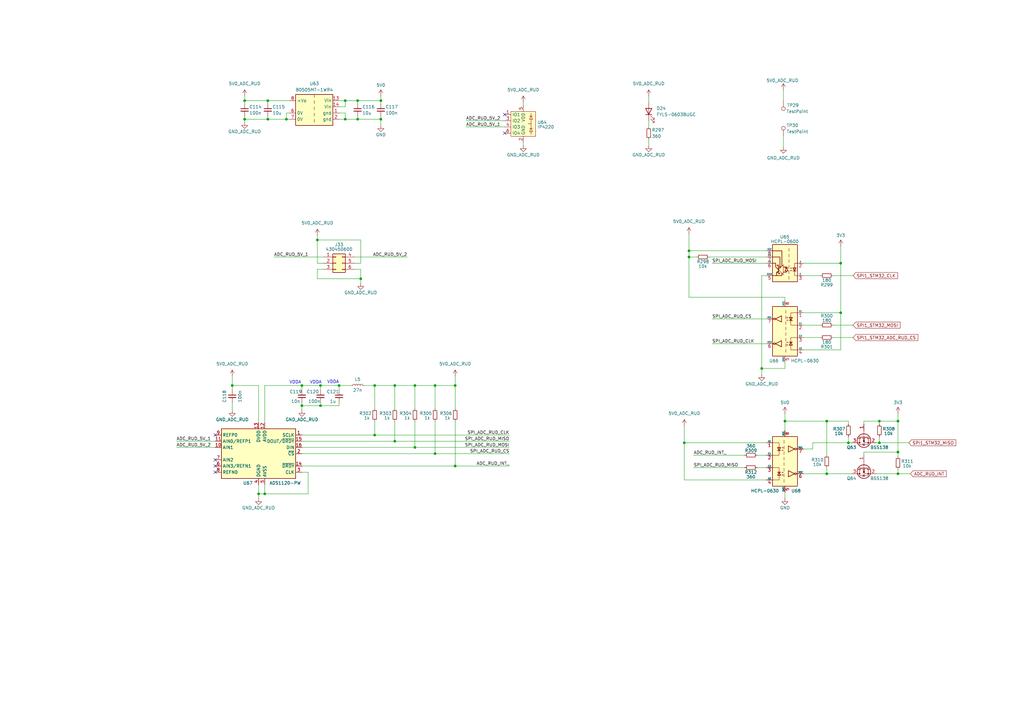
<source format=kicad_sch>
(kicad_sch (version 20231120) (generator "eeschema") (generator_version "8.0")
  (paper "A3")
  (lib_symbols
    (symbol "Analog_ADC:ADS1120-PW"
      (property "Reference" "U50" (at -6.35 -12.065 0))
      (property "Value" "ADS1120-PW" (at 4.445 -12.065 0))
      (symbol "ADS1120-PW_1_1"
        (pin input line (at 17.78 7.62 180) (length 2.54) (name "SCLK") (number "1"))
        (pin input line (at -17.78 2.54 0) (length 2.54) (name "AIN1") (number "10"))
        (pin input line (at -17.78 5.08 0) (length 2.54) (name "AIN0/REFP1") (number "11"))
        (pin power_in line (at 2.54 12.7 270) (length 2.54) (name "AVDD") (number "12"))
        (pin power_in line (at 0 12.7 270) (length 2.54) (name "DVDD") (number "13"))
        (pin output line (at 17.78 -5.08 180) (length 2.54) (name "~{DRDY}") (number "14"))
        (pin output line (at 17.78 5.08 180) (length 2.54) (name "DOUT/~{DRDY}") (number "15"))
        (pin input line (at 17.78 2.54 180) (length 2.54) (name "DIN") (number "16"))
        (pin input line (at 17.78 0 180) (length 2.54) (name "~{CS}") (number "2"))
        (pin input line (at 17.78 -7.62 180) (length 2.54) (name "CLK") (number "3"))
        (pin power_in line (at 0 -12.7 90) (length 2.54) (name "DGND") (number "4"))
        (pin power_in line (at 2.54 -12.7 90) (length 2.54) (name "AVSS") (number "5"))
        (pin input line (at -17.78 -5.08 0) (length 2.54) (name "AIN3/REFN1") (number "6"))
        (pin input line (at -17.78 -2.54 0) (length 2.54) (name "AIN2") (number "7"))
        (pin input line (at -17.78 -7.62 0) (length 2.54) (name "REFN0") (number "8"))
        (pin input line (at -17.78 7.62 0) (length 2.54) (name "REFP0") (number "9"))
      )
    )
    (symbol "Connector:TestPoint" (pin_numbers hide) (pin_names (offset 0.762) hide)
      (property "Reference" "TP" (at 0 6.858 0))
      (property "Value" "TestPoint" (at 0 5.08 0))
      (symbol "TestPoint_1_1"
        (pin passive line (at 0 0 90) (length 2.54) (name "1") (number "1"))
      )
    )
    (symbol "Connector_Generic:Conn_02x03_Counter_Clockwise" (pin_names (offset 1.016) hide)
      (property "Reference" "J30" (at 1.27 7.62 0))
      (property "Value" "430450600" (at 1.27 5.715 0))
      (symbol "Conn_02x03_Counter_Clockwise_1_1"
        (pin passive line (at -5.08 2.54 0) (length 3.81) (name "Pin_1") (number "1"))
        (pin passive line (at -5.08 0 0) (length 3.81) (name "Pin_2") (number "2"))
        (pin passive line (at -5.08 -2.54 0) (length 3.81) (name "Pin_3") (number "3"))
        (pin passive line (at 7.62 2.54 180) (length 3.81) (name "Pin_4") (number "4"))
        (pin passive line (at 7.62 0 180) (length 3.81) (name "Pin_5") (number "5"))
        (pin passive line (at 7.62 -2.54 180) (length 3.81) (name "Pin_6") (number "6"))
      )
    )
    (symbol "Device:C_Small" (pin_numbers hide) (pin_names (offset 0.254) hide)
      (property "Reference" "C" (at 0.254 1.778 0))
      (property "Value" "C_Small" (at 0.254 -2.032 0))
      (symbol "C_Small_1_1"
        (pin passive line (at 0 2.54 270) (length 2.032) (name "~") (number "1"))
        (pin passive line (at 0 -2.54 90) (length 2.032) (name "~") (number "2"))
      )
    )
    (symbol "Device:LED" (pin_numbers hide) (pin_names (offset 1.016) hide)
      (property "Reference" "D" (at 0 2.54 0))
      (property "Value" "LED" (at 0 -2.54 0))
      (symbol "LED_1_1"
        (pin passive line (at -3.81 0 0) (length 2.54) (name "K") (number "1"))
        (pin passive line (at 3.81 0 180) (length 2.54) (name "A") (number "2"))
      )
    )
    (symbol "Device:L_Small" (pin_numbers hide) (pin_names (offset 0.254) hide)
      (property "Reference" "L" (at 0.762 1.016 0))
      (property "Value" "L_Small" (at 0.762 -1.016 0))
      (symbol "L_Small_1_1"
        (pin passive line (at 0 2.54 270) (length 0.508) (name "~") (number "1"))
        (pin passive line (at 0 -2.54 90) (length 0.508) (name "~") (number "2"))
      )
    )
    (symbol "Device:R_Small" (pin_numbers hide) (pin_names (offset 0.254) hide)
      (property "Reference" "R" (at 0.762 0.508 0))
      (property "Value" "R_Small" (at 0.762 -1.016 0))
      (symbol "R_Small_1_1"
        (pin passive line (at 0 2.54 270) (length 0.762) (name "~") (number "1"))
        (pin passive line (at 0 -2.54 90) (length 0.762) (name "~") (number "2"))
      )
    )
    (symbol "GND_1" (power) (pin_numbers hide) (pin_names (offset 0) hide)
      (property "Value" "GND" (at 0 -3.81 0))
      (symbol "GND_1_1_1"
        (pin power_in line (at 0 0 270) (length 0) (name "~") (number "1"))
      )
    )
    (symbol "ISO1050DUB_1"
      (property "Reference" "U4" (at 0 9.525 0))
      (property "Value" "ISO1050DUB" (at 0 6.985 0))
      (symbol "ISO1050DUB_1_1_1"
        (pin input line (at -10.16 -2.54 0) (length 2.54) (name "gnd") (number "1"))
        (pin power_in line (at -10.16 2.54 0) (length 2.54) (name "Vin") (number "13"))
        (pin output line (at -10.16 0 0) (length 2.54) (name "Vin") (number "14"))
        (pin power_in line (at -10.16 -5.08 0) (length 2.54) (name "gnd") (number "2"))
        (pin power_in line (at 10.16 -2.54 180) (length 2.54) (name "0V") (number "6"))
        (pin power_in line (at 10.16 -5.08 180) (length 2.54) (name "0V") (number "7"))
        (pin bidirectional line (at 10.16 2.54 180) (length 2.54) (name "+Vo") (number "8"))
      )
    )
    (symbol "Isolator:HCPL-0600" (pin_names (offset 0))
      (property "Reference" "U" (at -4.064 8.89 0))
      (property "Value" "HCPL-0600" (at 0.254 -9.144 0))
      (symbol "HCPL-0600_1_1"
        (pin no_connect line (at -5.08 5.08 0) (length 2.54) hide (name "NC") (number "1"))
        (pin passive line (at -7.62 0 0) (length 2.54) (name "A") (number "2"))
        (pin passive line (at -7.62 -5.08 0) (length 2.54) (name "C") (number "3"))
        (pin power_in line (at 7.62 -5.08 180) (length 2.54) (name "GND") (number "5"))
        (pin open_collector line (at 7.62 0 180) (length 2.54) (name "VO") (number "6"))
        (pin input line (at 7.62 2.54 180) (length 2.54) (name "EN") (number "7"))
        (pin power_in line (at 7.62 5.08 180) (length 2.54) (name "VCC") (number "8"))
      )
    )
    (symbol "Isolator:HCPL-0630" (pin_names (offset 0))
      (property "Reference" "U" (at -4.064 11.43 0))
      (property "Value" "HCPL-0630" (at 7.874 11.43 0))
      (symbol "HCPL-0630_1_1"
        (pin passive line (at -7.62 7.62 0) (length 2.54) (name "A1") (number "1"))
        (pin passive line (at -7.62 2.54 0) (length 2.54) (name "C1") (number "2"))
        (pin passive line (at -7.62 -2.54 0) (length 2.54) (name "C2") (number "3"))
        (pin passive line (at -7.62 -7.62 0) (length 2.54) (name "A2") (number "4"))
        (pin power_in line (at 0 -12.7 90) (length 2.54) (name "GND") (number "5"))
        (pin open_collector line (at 7.62 -5.08 180) (length 2.54) (name "VO2") (number "6"))
        (pin open_collector line (at 7.62 5.08 180) (length 2.54) (name "VO1") (number "7"))
        (pin power_in line (at 0 12.7 270) (length 2.54) (name "VCC") (number "8"))
      )
    )
    (symbol "Transistor_FET:BSS138" (pin_names hide)
      (property "Reference" "Q" (at 5.08 1.905 0))
      (property "Value" "BSS138" (at 5.08 0 0))
      (symbol "BSS138_1_1"
        (pin input line (at -5.08 0 0) (length 2.54) (name "G") (number "1"))
        (pin passive line (at 2.54 -5.08 90) (length 2.54) (name "S") (number "2"))
        (pin passive line (at 2.54 5.08 270) (length 2.54) (name "D") (number "3"))
      )
    )
    (symbol "power:+5V" (power) (pin_numbers hide) (pin_names (offset 0) hide)
      (property "Value" "+5V" (at 0 3.556 0))
      (symbol "+5V_1_1"
        (pin power_in line (at 0 0 90) (length 0) (name "~") (number "1"))
      )
    )
    (symbol "power:GND" (power) (pin_names (offset 0))
      (property "Value" "GND" (at 0 -3.81 0))
      (symbol "GND_1_1"
        (pin power_in line (at 0 0 270) (length 0) hide (name "GND") (number "1"))
      )
    )
    (symbol "user_lib:IP4220"
      (property "Reference" "U" (at 4.572 -7.366 0))
      (property "Value" "IP4220" (at 4.572 -7.366 0))
      (symbol "IP4220_1_1"
        (pin input line (at -7.62 3.81 0) (length 2.54) (name "IO1") (number "1"))
        (pin input line (at 0 -7.62 90) (length 2.54) (name "GND") (number "2"))
        (pin input line (at -7.62 1.27 0) (length 2.54) (name "IO2") (number "3"))
        (pin input line (at -7.62 -1.27 0) (length 2.54) (name "IO3") (number "4"))
        (pin input line (at 0 7.62 270) (length 2.54) (name "VDD") (number "5"))
        (pin input line (at -7.62 -3.81 0) (length 2.54) (name "IO4") (number "6"))
      )
    )
  )
  (junction (at 339.09 194.31))
  (junction (at 368.3 172.72))
  (junction (at 153.67 158.115))
  (junction (at 339.09 172.72))
  (junction (at 123.825 166.37))
  (junction (at 161.925 180.975))
  (junction (at 186.69 191.135))
  (junction (at 109.855 41.275))
  (junction (at 312.42 151.13))
  (junction (at 141.605 48.895))
  (junction (at 139.065 158.115))
  (junction (at 109.855 48.895))
  (junction (at 178.435 186.055))
  (junction (at 123.825 158.115))
  (junction (at 146.685 41.275))
  (junction (at 100.33 48.895))
  (junction (at 344.805 128.27))
  (junction (at 130.175 98.425))
  (junction (at 146.685 48.895))
  (junction (at 360.68 181.61))
  (junction (at 368.3 194.31))
  (junction (at 170.18 158.115))
  (junction (at 321.945 172.72))
  (junction (at 280.67 181.61))
  (junction (at 178.435 158.115))
  (junction (at 117.475 48.895))
  (junction (at 360.68 172.72))
  (junction (at 368.3 185.42))
  (junction (at 100.33 41.275))
  (junction (at 95.25 158.115))
  (junction (at 153.67 178.435))
  (junction (at 161.925 158.115))
  (junction (at 131.445 158.115))
  (junction (at 147.955 114.3))
  (junction (at 186.69 158.115))
  (junction (at 282.575 102.87))
  (junction (at 170.18 183.515))
  (junction (at 282.575 105.41))
  (junction (at 108.585 202.565))
  (junction (at 344.805 107.95))
  (junction (at 156.21 41.275))
  (junction (at 156.21 48.895))
  (junction (at 131.445 166.37))
  (junction (at 106.045 202.565))
  (junction (at 347.98 181.61))
  (junction (at 141.605 41.275))
  (no_connect (at 207.01 54.61))
  (no_connect (at 88.265 188.595))
  (no_connect (at 88.265 191.135))
  (no_connect (at 207.01 46.99))
  (no_connect (at 88.265 178.435))
  (no_connect (at 88.265 193.675))
  (wire (pts (xy 178.435 167.64) (xy 178.435 158.115)))
  (wire (pts (xy 95.25 158.115) (xy 106.045 158.115)))
  (wire (pts (xy 368.3 172.72) (xy 360.68 172.72)))
  (wire (pts (xy 123.825 178.435) (xy 153.67 178.435)))
  (wire (pts (xy 280.67 181.61) (xy 280.67 196.85)))
  (wire (pts (xy 100.33 48.895) (xy 109.855 48.895)))
  (wire (pts (xy 282.575 105.41) (xy 285.75 105.41)))
  (wire (pts (xy 339.09 172.72) (xy 347.98 172.72)))
  (wire (pts (xy 95.25 160.02) (xy 95.25 158.115)))
  (wire (pts (xy 266.065 57.15) (xy 266.065 59.69)))
  (wire (pts (xy 170.18 167.64) (xy 170.18 158.115)))
  (wire (pts (xy 123.825 166.37) (xy 123.825 168.275)))
  (wire (pts (xy 156.21 39.37) (xy 156.21 41.275)))
  (wire (pts (xy 347.98 173.99) (xy 347.98 172.72)))
  (wire (pts (xy 341.63 138.43) (xy 349.885 138.43)))
  (wire (pts (xy 329.565 128.27) (xy 344.805 128.27)))
  (wire (pts (xy 147.955 110.49) (xy 147.955 114.3)))
  (wire (pts (xy 321.945 169.545) (xy 321.945 172.72)))
  (wire (pts (xy 282.575 95.885) (xy 282.575 102.87)))
  (wire (pts (xy 161.925 180.975) (xy 208.915 180.975)))
  (wire (pts (xy 333.375 184.15) (xy 329.565 184.15)))
  (wire (pts (xy 310.515 186.69) (xy 314.325 186.69)))
  (wire (pts (xy 344.805 143.51) (xy 344.805 128.27)))
  (wire (pts (xy 282.575 105.41) (xy 282.575 121.92)))
  (wire (pts (xy 146.685 41.275) (xy 146.685 42.545)))
  (wire (pts (xy 368.3 194.31) (xy 368.3 192.405)))
  (wire (pts (xy 145.415 105.41) (xy 167.005 105.41)))
  (wire (pts (xy 130.175 114.3) (xy 147.955 114.3)))
  (wire (pts (xy 106.045 202.565) (xy 108.585 202.565)))
  (wire (pts (xy 266.065 39.37) (xy 266.065 41.91)))
  (wire (pts (xy 186.69 172.72) (xy 186.69 191.135)))
  (wire (pts (xy 139.065 48.895) (xy 141.605 48.895)))
  (wire (pts (xy 123.825 186.055) (xy 178.435 186.055)))
  (wire (pts (xy 312.42 113.03) (xy 312.42 151.13)))
  (wire (pts (xy 360.68 181.61) (xy 360.68 179.07)))
  (wire (pts (xy 106.045 202.565) (xy 106.045 204.47)))
  (wire (pts (xy 208.915 178.435) (xy 153.67 178.435)))
  (wire (pts (xy 146.685 48.895) (xy 156.21 48.895)))
  (wire (pts (xy 368.3 169.545) (xy 368.3 172.72)))
  (wire (pts (xy 106.045 198.755) (xy 106.045 202.565)))
  (wire (pts (xy 117.475 46.355) (xy 117.475 48.895)))
  (wire (pts (xy 341.63 113.03) (xy 349.885 113.03)))
  (wire (pts (xy 131.445 158.115) (xy 139.065 158.115)))
  (wire (pts (xy 108.585 158.115) (xy 108.585 173.355)))
  (wire (pts (xy 349.25 181.61) (xy 347.98 181.61)))
  (wire (pts (xy 321.945 151.13) (xy 321.945 148.59)))
  (wire (pts (xy 95.25 154.305) (xy 95.25 158.115)))
  (wire (pts (xy 186.69 154.305) (xy 186.69 158.115)))
  (wire (pts (xy 156.21 41.275) (xy 156.21 42.545)))
  (wire (pts (xy 321.945 201.93) (xy 321.945 204.47)))
  (wire (pts (xy 329.565 143.51) (xy 344.805 143.51)))
  (wire (pts (xy 360.68 181.61) (xy 372.745 181.61)))
  (wire (pts (xy 368.3 185.42) (xy 368.3 187.325)))
  (wire (pts (xy 178.435 158.115) (xy 186.69 158.115)))
  (wire (pts (xy 117.475 48.895) (xy 118.745 48.895)))
  (wire (pts (xy 123.825 160.02) (xy 123.825 158.115)))
  (wire (pts (xy 282.575 121.92) (xy 321.945 121.92)))
  (wire (pts (xy 292.1 130.81) (xy 314.325 130.81)))
  (wire (pts (xy 266.065 49.53) (xy 266.065 52.07)))
  (wire (pts (xy 178.435 186.055) (xy 208.915 186.055)))
  (wire (pts (xy 139.065 43.815) (xy 141.605 43.815)))
  (wire (pts (xy 139.065 46.355) (xy 141.605 46.355)))
  (wire (pts (xy 186.69 191.135) (xy 208.915 191.135)))
  (wire (pts (xy 109.855 48.895) (xy 117.475 48.895)))
  (wire (pts (xy 191.135 49.53) (xy 207.01 49.53)))
  (wire (pts (xy 131.445 158.115) (xy 131.445 160.02)))
  (wire (pts (xy 339.09 172.72) (xy 321.945 172.72)))
  (wire (pts (xy 145.415 110.49) (xy 147.955 110.49)))
  (wire (pts (xy 123.825 180.975) (xy 161.925 180.975)))
  (wire (pts (xy 161.925 167.64) (xy 161.925 158.115)))
  (wire (pts (xy 100.33 47.625) (xy 100.33 48.895)))
  (wire (pts (xy 147.955 98.425) (xy 147.955 107.95)))
  (wire (pts (xy 130.175 98.425) (xy 130.175 107.95)))
  (wire (pts (xy 354.33 185.42) (xy 368.3 185.42)))
  (wire (pts (xy 354.33 186.69) (xy 354.33 185.42)))
  (wire (pts (xy 214.63 41.91) (xy 214.63 43.18)))
  (wire (pts (xy 156.21 47.625) (xy 156.21 48.895)))
  (wire (pts (xy 170.18 183.515) (xy 208.915 183.515)))
  (wire (pts (xy 344.805 100.965) (xy 344.805 107.95)))
  (wire (pts (xy 280.67 174.625) (xy 280.67 181.61)))
  (wire (pts (xy 123.825 191.135) (xy 186.69 191.135)))
  (wire (pts (xy 170.18 172.72) (xy 170.18 183.515)))
  (wire (pts (xy 123.825 165.1) (xy 123.825 166.37)))
  (wire (pts (xy 153.67 172.72) (xy 153.67 178.435)))
  (wire (pts (xy 100.33 41.275) (xy 100.33 42.545)))
  (wire (pts (xy 354.33 173.99) (xy 354.33 172.72)))
  (wire (pts (xy 141.605 43.815) (xy 141.605 41.275)))
  (wire (pts (xy 141.605 46.355) (xy 141.605 48.895)))
  (wire (pts (xy 161.925 180.975) (xy 161.925 172.72)))
  (wire (pts (xy 329.565 107.95) (xy 344.805 107.95)))
  (wire (pts (xy 339.09 194.31) (xy 349.25 194.31)))
  (wire (pts (xy 141.605 41.275) (xy 146.685 41.275)))
  (wire (pts (xy 153.67 158.115) (xy 161.925 158.115)))
  (wire (pts (xy 146.685 41.275) (xy 156.21 41.275)))
  (wire (pts (xy 126.365 202.565) (xy 108.585 202.565)))
  (wire (pts (xy 141.605 48.895) (xy 146.685 48.895)))
  (wire (pts (xy 139.065 158.115) (xy 144.145 158.115)))
  (wire (pts (xy 139.065 165.1) (xy 139.065 166.37)))
  (wire (pts (xy 292.1 140.97) (xy 314.325 140.97)))
  (wire (pts (xy 126.365 193.675) (xy 126.365 202.565)))
  (wire (pts (xy 139.065 158.115) (xy 139.065 160.02)))
  (wire (pts (xy 131.445 165.1) (xy 131.445 166.37)))
  (wire (pts (xy 321.31 55.88) (xy 321.31 60.325)))
  (wire (pts (xy 282.575 102.87) (xy 282.575 105.41)))
  (wire (pts (xy 108.585 158.115) (xy 123.825 158.115)))
  (wire (pts (xy 156.21 48.895) (xy 156.21 51.435)))
  (wire (pts (xy 280.67 196.85) (xy 314.325 196.85)))
  (wire (pts (xy 126.365 193.675) (xy 123.825 193.675)))
  (wire (pts (xy 333.375 184.15) (xy 333.375 181.61)))
  (wire (pts (xy 368.3 185.42) (xy 368.3 172.72)))
  (wire (pts (xy 130.175 96.52) (xy 130.175 98.425)))
  (wire (pts (xy 117.475 46.355) (xy 118.745 46.355)))
  (wire (pts (xy 109.855 47.625) (xy 109.855 48.895)))
  (wire (pts (xy 339.09 194.31) (xy 339.09 191.77)))
  (wire (pts (xy 329.565 113.03) (xy 336.55 113.03)))
  (wire (pts (xy 109.855 41.275) (xy 109.855 42.545)))
  (wire (pts (xy 147.955 98.425) (xy 130.175 98.425)))
  (wire (pts (xy 339.09 172.72) (xy 339.09 186.69)))
  (wire (pts (xy 284.48 186.69) (xy 305.435 186.69)))
  (wire (pts (xy 312.42 151.13) (xy 312.42 153.67)))
  (wire (pts (xy 282.575 102.87) (xy 314.325 102.87)))
  (wire (pts (xy 312.42 151.13) (xy 321.945 151.13)))
  (wire (pts (xy 314.325 113.03) (xy 312.42 113.03)))
  (wire (pts (xy 290.83 105.41) (xy 314.325 105.41)))
  (wire (pts (xy 321.945 121.92) (xy 321.945 123.19)))
  (wire (pts (xy 100.33 48.895) (xy 100.33 50.165)))
  (wire (pts (xy 100.33 41.275) (xy 109.855 41.275)))
  (wire (pts (xy 132.715 107.95) (xy 130.175 107.95)))
  (wire (pts (xy 123.825 183.515) (xy 170.18 183.515)))
  (wire (pts (xy 310.515 191.77) (xy 314.325 191.77)))
  (wire (pts (xy 333.375 181.61) (xy 347.98 181.61)))
  (wire (pts (xy 329.565 138.43) (xy 336.55 138.43)))
  (wire (pts (xy 123.825 158.115) (xy 131.445 158.115)))
  (wire (pts (xy 139.065 41.275) (xy 141.605 41.275)))
  (wire (pts (xy 360.68 172.72) (xy 360.68 173.99)))
  (wire (pts (xy 354.33 172.72) (xy 360.68 172.72)))
  (wire (pts (xy 95.25 168.275) (xy 95.25 165.1)))
  (wire (pts (xy 321.945 172.72) (xy 321.945 176.53)))
  (wire (pts (xy 153.67 158.115) (xy 153.67 167.64)))
  (wire (pts (xy 321.31 41.275) (xy 321.31 36.83)))
  (wire (pts (xy 359.41 181.61) (xy 360.68 181.61)))
  (wire (pts (xy 347.98 181.61) (xy 347.98 179.07)))
  (wire (pts (xy 344.805 107.95) (xy 344.805 128.27)))
  (wire (pts (xy 108.585 202.565) (xy 108.585 198.755)))
  (wire (pts (xy 170.18 158.115) (xy 178.435 158.115)))
  (wire (pts (xy 123.825 166.37) (xy 131.445 166.37)))
  (wire (pts (xy 368.3 194.31) (xy 373.38 194.31)))
  (wire (pts (xy 161.925 158.115) (xy 170.18 158.115)))
  (wire (pts (xy 72.39 180.975) (xy 88.265 180.975)))
  (wire (pts (xy 147.955 114.3) (xy 147.955 116.205)))
  (wire (pts (xy 191.135 52.07) (xy 207.01 52.07)))
  (wire (pts (xy 145.415 107.95) (xy 147.955 107.95)))
  (wire (pts (xy 146.685 47.625) (xy 146.685 48.895)))
  (wire (pts (xy 280.67 181.61) (xy 314.325 181.61)))
  (wire (pts (xy 178.435 172.72) (xy 178.435 186.055)))
  (wire (pts (xy 186.69 167.64) (xy 186.69 158.115)))
  (wire (pts (xy 359.41 194.31) (xy 368.3 194.31)))
  (wire (pts (xy 72.39 183.515) (xy 88.265 183.515)))
  (wire (pts (xy 106.045 158.115) (xy 106.045 173.355)))
  (wire (pts (xy 329.565 133.35) (xy 336.55 133.35)))
  (wire (pts (xy 329.565 194.31) (xy 339.09 194.31)))
  (wire (pts (xy 132.715 110.49) (xy 130.175 110.49)))
  (wire (pts (xy 149.225 158.115) (xy 153.67 158.115)))
  (wire (pts (xy 284.48 191.77) (xy 305.435 191.77)))
  (wire (pts (xy 214.63 58.42) (xy 214.63 59.69)))
  (wire (pts (xy 292.1 107.95) (xy 314.325 107.95)))
  (wire (pts (xy 112.395 105.41) (xy 132.715 105.41)))
  (wire (pts (xy 100.33 39.37) (xy 100.33 41.275)))
  (wire (pts (xy 131.445 166.37) (xy 139.065 166.37)))
  (wire (pts (xy 130.175 110.49) (xy 130.175 114.3)))
  (wire (pts (xy 341.63 133.35) (xy 349.885 133.35)))
  (wire (pts (xy 109.855 41.275) (xy 118.745 41.275)))
  (text "VDDA" (at 123.571 157.607 0) (effects (font (size 1.27 1.27)) (justify right bottom)))
  (text "VDDA" (at 131.953 157.607 0) (effects (font (size 1.27 1.27)) (justify right bottom)))
  (text "VDDA" (at 139.065 157.48 0) (effects (font (size 1.27 1.27)) (justify right bottom)))
  (label "SPI_ADC_RUD_MISO" (at 284.48 191.77 0))
  (label "SPI_ADC_RUD_CLK" (at 208.915 178.435 180))
  (label "ADC_RUD_5V_1" (at 191.135 52.07 0))
  (label "ADC_RUD_INT_" (at 208.915 191.135 180))
  (label "ADC_RUD_5V_1" (at 112.395 105.41 0))
  (label "SPI_ADC_RUD_CS" (at 292.1 130.81 0))
  (label "ADC_RUD_INT_" (at 284.48 186.69 0))
  (label "ADC_RUD_5V_2" (at 167.005 105.41 180))
  (label "SPI_ADC_RUD_MISO" (at 208.915 180.975 180))
  (label "SPI_ADC_RUD_MOSI" (at 292.1 107.95 0))
  (label "SPI_ADC_RUD_MOSI" (at 208.915 183.515 180))
  (label "SPI_ADC_RUD_CLK" (at 292.1 140.97 0))
  (label "ADC_RUD_5V_2" (at 72.39 183.515 0))
  (label "ADC_RUD_5V_2" (at 191.135 49.53 0))
  (label "SPI_ADC_RUD_CS" (at 208.915 186.055 180))
  (label "ADC_RUD_5V_1" (at 72.39 180.975 0))
  (global_label "SPI1_STM32_ADC_RUD_CS" (shape input) (at 349.885 138.43 0) (property "Intersheetrefs" "${INTERSHEET_REFS}" (at 377.0605 138.43 0) (effects (justify left))))
  (global_label "ADC_RUD_INT" (shape input) (at 373.38 194.31 0) (property "Intersheetrefs" "${INTERSHEET_REFS}" (at 388.7024 194.31 0) (effects (justify left))))
  (global_label "SPI1_STM32_CLK" (shape input) (at 349.885 113.03 0) (property "Intersheetrefs" "${INTERSHEET_REFS}" (at 368.7148 113.03 0) (effects (justify left))))
  (global_label "SPI1_STM32_MISO" (shape input) (at 372.745 181.61 0) (property "Intersheetrefs" "${INTERSHEET_REFS}" (at 392.6029 181.61 0) (effects (justify left))))
  (global_label "SPI1_STM32_MOSI" (shape input) (at 349.885 133.35 0) (property "Intersheetrefs" "${INTERSHEET_REFS}" (at 369.7429 133.35 0) (effects (justify left))))
  (symbol (lib_id "Device:C_Small") (at 131.445 162.56 180) (unit 1)
    (property "Reference" "C120" (at 128.27 160.655 0))
    (property "Value" "100n" (at 128.905 164.592 0))
    (property "Footprint" "Capacitor_SMD:C_0603_1608Metric" (effects (hide yes)))
    (property "Мин. кол-во" "300" (effects (hide yes)))
    (property "Ссылка" "https://www.promelec.ru/product/323633/" (effects (hide yes)))
    (property "Цена" "2" (effects (hide yes)))
    (property "Человекопонятное название" "Керамический ЧИП-конденсатор 0603 X7R 0.1мкФ" (effects (hide yes)))
  )
  (symbol (lib_id "Device:R_Small") (at 307.975 186.69 270) (unit 1)
    (property "Reference" "R309" (at 307.975 184.785 90))
    (property "Value" "360" (at 307.975 182.88 90))
    (property "Footprint" "Resistor_SMD:R_0603_1608Metric" (effects (hide yes)))
    (property "Description" "Resistor, small symbol" (effects (hide yes)))
    (property "Мин. кол-во" "100" (effects (hide yes)))
    (property "Ссылка" "https://www.promelec.ru/product/46471/" (effects (hide yes)))
    (property "Цена" "1" (effects (hide yes)))
    (property "Человекопонятное название" "Толстопленочный ЧИП-резистор 0603 360Ом" (effects (hide yes)))
  )
  (symbol (lib_id "Device:R_Small") (at 266.065 54.61 180) (unit 1)
    (property "Reference" "R297" (at 269.875 53.34 0))
    (property "Value" "360" (at 269.24 55.88 0))
    (property "Footprint" "Resistor_SMD:R_0603_1608Metric" (effects (hide yes)))
    (property "Description" "Resistor, small symbol" (effects (hide yes)))
    (property "Мин. кол-во" "100" (effects (hide yes)))
    (property "Ссылка" "https://www.promelec.ru/product/46471/" (effects (hide yes)))
    (property "Цена" "1" (effects (hide yes)))
    (property "Человекопонятное название" "Толстопленочный ЧИП-резистор 0603 360Ом" (effects (hide yes)))
  )
  (symbol (lib_id "power:GND") (at 312.42 153.67 0) (unit 1)
    (property "Reference" "#PWR0269" (effects (hide yes)))
    (property "Value" "GND_ADC_RUD" (at 312.42 157.48 0))
  )
  (symbol (lib_id "Device:R_Small") (at 153.67 170.18 0) (mirror x) (unit 1)
    (property "Reference" "R302" (at 149.86 169.545 0))
    (property "Value" "1k" (at 150.495 171.45 0))
    (property "Footprint" "Resistor_SMD:R_0603_1608Metric" (effects (hide yes)))
    (property "Description" "Resistor, small symbol" (effects (hide yes)))
    (property "Мин. кол-во" "100" (effects (hide yes)))
    (property "Ссылка" "https://www.promelec.ru/product/22771/" (effects (hide yes)))
    (property "Цена" "1" (effects (hide yes)))
    (property "Человекопонятное название" "Толстопленочный ЧИП-резистор 0603 1кОм" (effects (hide yes)))
  )
  (symbol (lib_id "Isolator:HCPL-0630") (at 321.945 135.89 0) (mirror y) (unit 1)
    (property "Reference" "U66" (at 319.405 147.955 0) (effects (justify left)))
    (property "Value" "HCPL-0630" (at 335.915 147.955 0) (effects (justify left)))
    (property "Footprint" "Package_SO:SOIC-8_3.9x4.9mm_P1.27mm" (effects (hide yes)))
    (property "Datasheet" "https://docs.broadcom.com/docs/AV02-0940EN" (effects (hide yes)))
    (property "Description" "Dual High Speed LSTTL/TTL Compatible Optocoupler, dV/dt 5000/us, VCM 1000, max 7V VCC, SOIC-8" (effects (hide yes)))
    (property "Мин. кол-во" "1" (effects (hide yes)))
    (property "Ссылка" "https://energoflot.ru/item/HCPL-0630-500E" (effects (hide yes)))
    (property "Цена" "229" (effects (hide yes)))
    (property "Человекопонятное название" "Быстродействующая оптопара" (effects (hide yes)))
  )
  (symbol (lib_id "power:GND") (at 147.955 116.205 0) (unit 1)
    (property "Reference" "#PWR0268" (effects (hide yes)))
    (property "Value" "GND_ADC_RUD" (at 147.955 120.015 0))
  )
  (symbol (lib_id "Device:R_Small") (at 161.925 170.18 0) (mirror x) (unit 1)
    (property "Reference" "R303" (at 158.115 169.545 0))
    (property "Value" "1k" (at 158.75 171.45 0))
    (property "Footprint" "Resistor_SMD:R_0603_1608Metric" (effects (hide yes)))
    (property "Description" "Resistor, small symbol" (effects (hide yes)))
    (property "Мин. кол-во" "100" (effects (hide yes)))
    (property "Ссылка" "https://www.promelec.ru/product/22771/" (effects (hide yes)))
    (property "Цена" "1" (effects (hide yes)))
    (property "Человекопонятное название" "Толстопленочный ЧИП-резистор 0603 1кОм" (effects (hide yes)))
  )
  (symbol (lib_id "power:GND") (at 95.25 168.275 0) (unit 1)
    (property "Reference" "#PWR0272" (effects (hide yes)))
    (property "Value" "GND_ADC_RUD" (at 95.25 172.085 0))
  )
  (symbol (lib_id "Connector:TestPoint") (at 321.31 55.88 0) (unit 1)
    (property "Reference" "TP30" (at 322.58 51.435 0) (effects (justify left)))
    (property "Value" "TestPoint" (at 322.58 53.975 0) (effects (justify left)))
    (property "Footprint" "TestPoint:TestPoint_THTPad_D2.0mm_Drill1.0mm" (effects (hide yes)))
    (property "Description" "test point" (effects (hide yes)))
  )
  (symbol (lib_id "power:+5V") (at 100.33 39.37 0) (unit 1)
    (property "Reference" "#PWR0256" (effects (hide yes)))
    (property "Value" "5V0_ADC_RUD" (at 100.33 34.29 0))
    (property "Description" "Power symbol creates a global label with name \"+5V\"" (effects (hide yes)))
  )
  (symbol (lib_id "power:+5V") (at 214.63 41.91 0) (unit 1)
    (property "Reference" "#PWR0259" (effects (hide yes)))
    (property "Value" "5V0_ADC_RUD" (at 214.63 36.83 0))
    (property "Description" "Power symbol creates a global label with name \"+5V\"" (effects (hide yes)))
  )
  (symbol (lib_id "Transistor_FET:BSS138") (at 354.33 191.77 90) (mirror x) (unit 1)
    (property "Reference" "Q64" (at 349.25 196.215 90))
    (property "Value" "BSS138" (at 360.68 196.215 90))
    (property "Footprint" "Package_TO_SOT_SMD:SOT-23" (effects (hide yes)))
    (property "Datasheet" "https://www.onsemi.com/pub/Collateral/BSS138-D.PDF" (effects (hide yes)))
    (property "Ссылка" "https://www.promelec.ru/product/303635/" (effects (hide yes)))
    (property "Цена" "14" (effects (hide yes)))
    (property "Человекопонятное название" "Транзистор полевой N-канальный" (effects (hide yes)))
    (property "Мин. кол-во" "38" (effects (hide yes)))
  )
  (symbol (lib_id "Device:R_Small") (at 368.3 189.865 0) (unit 1)
    (property "Reference" "R311" (at 369.57 189.23 0) (effects (justify left)))
    (property "Value" "10k" (at 370.205 191.135 0) (effects (justify left)))
    (property "Footprint" "Resistor_SMD:R_0603_1608Metric" (effects (hide yes)))
    (property "Ссылка" "https://www.promelec.ru/product/344748/" (effects (hide yes)))
    (property "Цена" "1" (effects (hide yes)))
    (property "Человекопонятное название" "Толстопленочный ЧИП-резистор 0603 10кОм" (effects (hide yes)))
    (property "Мин. кол-во" "1000" (effects (hide yes)))
  )
  (symbol (lib_id "Device:R_Small") (at 339.09 138.43 270) (unit 1)
    (property "Reference" "R301" (at 339.09 142.24 90))
    (property "Value" "180" (at 339.09 140.335 90))
    (property "Footprint" "Resistor_SMD:R_0603_1608Metric" (effects (hide yes)))
    (property "Description" "Resistor, small symbol" (effects (hide yes)))
    (property "Мин. кол-во" "100" (effects (hide yes)))
    (property "Ссылка" "https://www.promelec.ru/product/108141/" (effects (hide yes)))
    (property "Цена" "1" (effects (hide yes)))
    (property "Человекопонятное название" "Толстопленочный ЧИП-резистор 0603 180Ом" (effects (hide yes)))
  )
  (symbol (lib_id "Device:R_Small") (at 307.975 191.77 90) (unit 1)
    (property "Reference" "R312" (at 307.975 193.675 90))
    (property "Value" "360" (at 307.975 195.58 90))
    (property "Footprint" "Resistor_SMD:R_0603_1608Metric" (effects (hide yes)))
    (property "Description" "Resistor, small symbol" (effects (hide yes)))
    (property "Мин. кол-во" "100" (effects (hide yes)))
    (property "Ссылка" "https://www.promelec.ru/product/46471/" (effects (hide yes)))
    (property "Цена" "1" (effects (hide yes)))
    (property "Человекопонятное название" "Толстопленочный ЧИП-резистор 0603 360Ом" (effects (hide yes)))
  )
  (symbol (lib_id "Device:C_Small") (at 123.825 162.56 180) (unit 1)
    (property "Reference" "C119" (at 121.285 160.655 0))
    (property "Value" "10n" (at 121.285 164.592 0))
    (property "Footprint" "Capacitor_SMD:C_0603_1608Metric" (effects (hide yes)))
    (property "Мин. кол-во" "500" (effects (hide yes)))
    (property "Ссылка" "https://www.promelec.ru/product/327806/" (effects (hide yes)))
    (property "Цена" "2" (effects (hide yes)))
    (property "Человекопонятное название" "Керамический ЧИП-конденсатор 0603" (effects (hide yes)))
  )
  (symbol (lib_id "Device:C_Small") (at 95.25 162.56 0) (unit 1)
    (property "Reference" "C118" (at 92.075 162.56 90))
    (property "Value" "100n" (at 98.425 162.56 90))
    (property "Footprint" "Capacitor_SMD:C_0603_1608Metric" (effects (hide yes)))
    (property "Мин. кол-во" "300" (effects (hide yes)))
    (property "Ссылка" "https://www.promelec.ru/product/323633/" (effects (hide yes)))
    (property "Цена" "2" (effects (hide yes)))
    (property "Человекопонятное название" "Керамический ЧИП-конденсатор 0603 X7R 0.1мкФ" (effects (hide yes)))
  )
  (symbol (lib_id "Device:C_Small") (at 109.855 45.085 0) (unit 1)
    (property "Reference" "C115" (at 111.76 43.815 0) (effects (justify left)))
    (property "Value" "10u" (at 111.76 46.355 0) (effects (justify left)))
    (property "Footprint" "Capacitor_SMD:C_0603_1608Metric" (effects (hide yes)))
    (property "Ссылка" "https://www.promelec.ru/product/430347/" (effects (hide yes)))
    (property "Цена" "4" (effects (hide yes)))
    (property "Человекопонятное название" "Керамический ЧИП-конденсатор 0603 X5R 10мкФ" (effects (hide yes)))
    (property "Мин. кол-во" "200" (effects (hide yes)))
  )
  (symbol (lib_id "Device:L_Small") (at 146.685 158.115 90) (unit 1)
    (property "Reference" "L5" (at 146.685 155.575 90))
    (property "Value" "27n" (at 146.685 160.02 90))
    (property "Footprint" "Capacitor_SMD:C_0603_1608Metric" (effects (hide yes)))
    (property "Description" "Inductor, small symbol" (effects (hide yes)))
    (property "Мин. кол-во" "5" (effects (hide yes)))
    (property "Ссылка" "https://www.chipdip.ru/product/lqw18an27ng" (effects (hide yes)))
    (property "Цена" "20" (effects (hide yes)))
    (property "Человекопонятное название" "Индуктивность SMD" (effects (hide yes)))
  )
  (symbol (lib_id "Device:R_Small") (at 360.68 176.53 0) (unit 1)
    (property "Reference" "R308" (at 361.95 175.895 0) (effects (justify left)))
    (property "Value" "10k" (at 362.585 177.8 0) (effects (justify left)))
    (property "Footprint" "Resistor_SMD:R_0603_1608Metric" (effects (hide yes)))
    (property "Ссылка" "https://www.promelec.ru/product/344748/" (effects (hide yes)))
    (property "Цена" "1" (effects (hide yes)))
    (property "Человекопонятное название" "Толстопленочный ЧИП-резистор 0603 10кОм" (effects (hide yes)))
    (property "Мин. кол-во" "1000" (effects (hide yes)))
  )
  (symbol (lib_id "power:+5V") (at 95.25 154.305 0) (unit 1)
    (property "Reference" "#PWR0270" (effects (hide yes)))
    (property "Value" "5V0_ADC_RUD" (at 95.25 149.225 0))
    (property "Description" "Power symbol creates a global label with name \"+5V\"" (effects (hide yes)))
  )
  (symbol (lib_id "power:GND") (at 156.21 51.435 0) (unit 1)
    (property "Reference" "#PWR0261" (effects (hide yes)))
    (property "Value" "GND" (at 156.21 55.245 0))
  )
  (symbol (lib_id "power:+5V") (at 344.805 100.965 0) (unit 1)
    (property "Reference" "#PWR0267" (effects (hide yes)))
    (property "Value" "3V3" (at 344.805 96.52 0))
    (property "Description" "Power symbol creates a global label with name \"+5V\"" (effects (hide yes)))
  )
  (symbol (lib_id "power:+5V") (at 156.21 39.37 0) (unit 1)
    (property "Reference" "#PWR0257" (effects (hide yes)))
    (property "Value" "5V0" (at 156.21 34.925 0))
    (property "Description" "Power symbol creates a global label with name \"+5V\"" (effects (hide yes)))
  )
  (symbol (lib_id "power:GND") (at 106.045 204.47 0) (unit 1)
    (property "Reference" "#PWR0277" (effects (hide yes)))
    (property "Value" "GND_ADC_RUD" (at 106.045 208.28 0))
  )
  (symbol (lib_id "Device:R_Small") (at 178.435 170.18 0) (mirror x) (unit 1)
    (property "Reference" "R305" (at 174.625 169.545 0))
    (property "Value" "1k" (at 175.26 171.45 0))
    (property "Footprint" "Resistor_SMD:R_0603_1608Metric" (effects (hide yes)))
    (property "Description" "Resistor, small symbol" (effects (hide yes)))
    (property "Мин. кол-во" "100" (effects (hide yes)))
    (property "Ссылка" "https://www.promelec.ru/product/22771/" (effects (hide yes)))
    (property "Цена" "1" (effects (hide yes)))
    (property "Человекопонятное название" "Толстопленочный ЧИП-резистор 0603 1кОм" (effects (hide yes)))
  )
  (symbol (lib_id "power:GND") (at 266.065 59.69 0) (unit 1)
    (property "Reference" "#PWR0263" (effects (hide yes)))
    (property "Value" "GND_ADC_RUD" (at 266.065 63.5 0))
  )
  (symbol (lib_id "power:+5V") (at 282.575 95.885 0) (unit 1)
    (property "Reference" "#PWR0265" (effects (hide yes)))
    (property "Value" "5V0_ADC_RUD" (at 282.575 90.805 0))
    (property "Description" "Power symbol creates a global label with name \"+5V\"" (effects (hide yes)))
  )
  (symbol (lib_id "power:+5V") (at 130.175 96.52 0) (unit 1)
    (property "Reference" "#PWR0266" (effects (hide yes)))
    (property "Value" "5V0_ADC_RUD" (at 130.175 91.44 0))
    (property "Description" "Power symbol creates a global label with name \"+5V\"" (effects (hide yes)))
  )
  (symbol (lib_id "Device:R_Small") (at 186.69 170.18 0) (mirror x) (unit 1)
    (property "Reference" "R306" (at 182.88 169.545 0))
    (property "Value" "1k" (at 183.515 171.45 0))
    (property "Footprint" "Resistor_SMD:R_0603_1608Metric" (effects (hide yes)))
    (property "Description" "Resistor, small symbol" (effects (hide yes)))
    (property "Мин. кол-во" "100" (effects (hide yes)))
    (property "Ссылка" "https://www.promelec.ru/product/22771/" (effects (hide yes)))
    (property "Цена" "1" (effects (hide yes)))
    (property "Человекопонятное название" "Толстопленочный ЧИП-резистор 0603 1кОм" (effects (hide yes)))
  )
  (symbol (lib_id "power:+5V") (at 321.31 36.83 0) (unit 1)
    (property "Reference" "#PWR0255" (effects (hide yes)))
    (property "Value" "5V0_ADC_RUD" (at 314.325 33.02 0) (effects (justify left)))
    (property "Description" "Power symbol creates a global label with name \"+5V\"" (effects (hide yes)))
  )
  (symbol (lib_id "Analog_ADC:ADS1120-PW") (at 106.045 186.055 0) (unit 1)
    (property "Reference" "U67" (at 99.695 198.12 0) (effects (justify left)))
    (property "Value" "ADS1120-PW" (at 110.49 198.12 0) (effects (justify left)))
    (property "Footprint" "Package_SO:TSSOP-16_4.4x5mm_P0.65mm" (effects (hide yes)))
    (property "Datasheet" "http://www.ti.com/lit/ds/symlink/ads1120.pdf" (effects (hide yes)))
    (property "Description" "Low-power, quad-input, 16-bit analog to digital converter, integrated temperature sensor, SPI interface, TSSOP-16 package" (effects (hide yes)))
    (property "Мин. кол-во" "1" (effects (hide yes)))
    (property "Ссылка" "https://energoflot.ru/item/ADS1120IPWR" (effects (hide yes)))
    (property "Цена" "624" (effects (hide yes)))
    (property "Человекопонятное название" "АЦП конвертер 16-ти разрядный маломощный малошумящий" (effects (hide yes)))
  )
  (symbol (lib_name "GND_1") (lib_id "power:GND") (at 321.945 204.47 0) (unit 1)
    (property "Reference" "#PWR0278" (effects (hide yes)))
    (property "Value" "GND" (at 321.945 208.28 0))
    (property "Description" "Power symbol creates a global label with name \"GND\" , ground" (effects (hide yes)))
  )
  (symbol (lib_id "Connector_Generic:Conn_02x03_Counter_Clockwise") (at 137.795 107.95 0) (unit 1)
    (property "Reference" "J33" (at 139.065 100.33 0))
    (property "Value" "430450600" (at 139.065 102.235 0))
    (property "Footprint" "user_lib:430450600" (effects (hide yes)))
    (property "Description" "Generic connector, double row, 02x03, counter clockwise pin numbering scheme (similar to DIP package numbering), script generated (kicad-library-utils/schlib/autogen/connector/)" (effects (hide yes)))
    (property "Мин. кол-во" "8" (effects (hide yes)))
    (property "Ссылка" "https://www.promelec.ru/product/355066/" (effects (hide yes)))
    (property "Цена" "68" (effects (hide yes)))
    (property "Человекопонятное название" "Разъем типа провод-плата, 3 мм, 6 контакт(-ов)" (effects (hide yes)))
  )
  (symbol (lib_id "Device:R_Small") (at 339.09 189.23 0) (unit 1)
    (property "Reference" "R310" (at 332.74 188.595 0) (effects (justify left)))
    (property "Value" "10k" (at 333.375 190.5 0) (effects (justify left)))
    (property "Footprint" "Resistor_SMD:R_0603_1608Metric" (effects (hide yes)))
    (property "Ссылка" "https://www.promelec.ru/product/344748/" (effects (hide yes)))
    (property "Цена" "1" (effects (hide yes)))
    (property "Человекопонятное название" "Толстопленочный ЧИП-резистор 0603 10кОм" (effects (hide yes)))
    (property "Мин. кол-во" "1000" (effects (hide yes)))
  )
  (symbol (lib_id "Device:R_Small") (at 170.18 170.18 0) (mirror x) (unit 1)
    (property "Reference" "R304" (at 166.37 169.545 0))
    (property "Value" "1k" (at 167.005 171.45 0))
    (property "Footprint" "Resistor_SMD:R_0603_1608Metric" (effects (hide yes)))
    (property "Description" "Resistor, small symbol" (effects (hide yes)))
    (property "Мин. кол-во" "100" (effects (hide yes)))
    (property "Ссылка" "https://www.promelec.ru/product/22771/" (effects (hide yes)))
    (property "Цена" "1" (effects (hide yes)))
    (property "Человекопонятное название" "Толстопленочный ЧИП-резистор 0603 1кОм" (effects (hide yes)))
  )
  (symbol (lib_name "ISO1050DUB_1") (lib_id "Interface_CAN_LIN:ISO1050DUB") (at 128.905 43.815 0) (mirror y) (unit 1)
    (property "Reference" "U63" (at 128.905 34.29 0))
    (property "Value" "B0505MT-1WR4" (at 128.905 36.83 0))
    (property "Footprint" "user_lib:B0505MT-1WR4" (effects (hide yes)))
    (property "Ссылка" "https://www.chipdip.ru/product/b0505mt-1wr4" (effects (hide yes)))
    (property "Цена" "230" (effects (hide yes)))
    (property "Человекопонятное название" "DC/DC преобразователь, 1Вт, вход 4.5-5.5В, выход 5В/200мА" (effects (hide yes)))
    (property "Мин. кол-во" "1" (effects (hide yes)))
  )
  (symbol (lib_id "power:+5V") (at 266.065 39.37 0) (unit 1)
    (property "Reference" "#PWR0258" (effects (hide yes)))
    (property "Value" "5V0_ADC_RUD" (at 266.065 34.29 0))
    (property "Description" "Power symbol creates a global label with name \"+5V\"" (effects (hide yes)))
  )
  (symbol (lib_id "Device:R_Small") (at 347.98 176.53 0) (unit 1)
    (property "Reference" "R307" (at 341.63 175.895 0) (effects (justify left)))
    (property "Value" "10k" (at 342.265 177.8 0) (effects (justify left)))
    (property "Footprint" "Resistor_SMD:R_0603_1608Metric" (effects (hide yes)))
    (property "Ссылка" "https://www.promelec.ru/product/344748/" (effects (hide yes)))
    (property "Цена" "1" (effects (hide yes)))
    (property "Человекопонятное название" "Толстопленочный ЧИП-резистор 0603 10кОм" (effects (hide yes)))
    (property "Мин. кол-во" "1000" (effects (hide yes)))
  )
  (symbol (lib_id "power:+5V") (at 186.69 154.305 0) (unit 1)
    (property "Reference" "#PWR0271" (effects (hide yes)))
    (property "Value" "5V0_ADC_RUD" (at 186.69 149.225 0))
    (property "Description" "Power symbol creates a global label with name \"+5V\"" (effects (hide yes)))
  )
  (symbol (lib_id "Isolator:HCPL-0630") (at 321.945 189.23 0) (unit 1)
    (property "Reference" "U68" (at 324.485 201.295 0) (effects (justify left)))
    (property "Value" "HCPL-0630" (at 307.975 201.295 0) (effects (justify left)))
    (property "Footprint" "Package_SO:SOIC-8_3.9x4.9mm_P1.27mm" (effects (hide yes)))
    (property "Datasheet" "https://docs.broadcom.com/docs/AV02-0940EN" (effects (hide yes)))
    (property "Description" "Dual High Speed LSTTL/TTL Compatible Optocoupler, dV/dt 5000/us, VCM 1000, max 7V VCC, SOIC-8" (effects (hide yes)))
    (property "Мин. кол-во" "1" (effects (hide yes)))
    (property "Ссылка" "https://energoflot.ru/item/HCPL-0630-500E" (effects (hide yes)))
    (property "Цена" "229" (effects (hide yes)))
    (property "Человекопонятное название" "Быстродействующая оптопара" (effects (hide yes)))
  )
  (symbol (lib_id "Device:C_Small") (at 139.065 162.56 180) (unit 1)
    (property "Reference" "C121" (at 136.525 160.655 0))
    (property "Value" "1u" (at 136.525 164.592 0))
    (property "Footprint" "Capacitor_SMD:C_0603_1608Metric" (effects (hide yes)))
    (property "Мин. кол-во" "200" (effects (hide yes)))
    (property "Ссылка" "https://www.promelec.ru/product/334556/" (effects (hide yes)))
    (property "Цена" "1" (effects (hide yes)))
    (property "Человекопонятное название" "Керамический ЧИП-конденсатор 0603 X7R 1мкФ" (effects (hide yes)))
  )
  (symbol (lib_id "Device:C_Small") (at 146.685 45.085 0) (unit 1)
    (property "Reference" "C116" (at 148.59 43.815 0) (effects (justify left)))
    (property "Value" "10u" (at 148.59 46.355 0) (effects (justify left)))
    (property "Footprint" "Capacitor_SMD:C_0603_1608Metric" (effects (hide yes)))
    (property "Ссылка" "https://www.promelec.ru/product/430347/" (effects (hide yes)))
    (property "Цена" "4" (effects (hide yes)))
    (property "Человекопонятное название" "Керамический ЧИП-конденсатор 0603 X5R 10мкФ" (effects (hide yes)))
    (property "Мин. кол-во" "200" (effects (hide yes)))
  )
  (symbol (lib_id "Device:R_Small") (at 339.09 113.03 270) (unit 1)
    (property "Reference" "R299" (at 339.09 116.84 90))
    (property "Value" "180" (at 339.09 114.935 90))
    (property "Footprint" "Resistor_SMD:R_0603_1608Metric" (effects (hide yes)))
    (property "Description" "Resistor, small symbol" (effects (hide yes)))
    (property "Мин. кол-во" "100" (effects (hide yes)))
    (property "Ссылка" "https://www.promelec.ru/product/108141/" (effects (hide yes)))
    (property "Цена" "1" (effects (hide yes)))
    (property "Человекопонятное название" "Толстопленочный ЧИП-резистор 0603 180Ом" (effects (hide yes)))
  )
  (symbol (lib_id "power:+5V") (at 280.67 174.625 0) (unit 1)
    (property "Reference" "#PWR0276" (effects (hide yes)))
    (property "Value" "5V0_ADC_RUD" (at 280.67 169.545 0))
    (property "Description" "Power symbol creates a global label with name \"+5V\"" (effects (hide yes)))
  )
  (symbol (lib_id "Device:R_Small") (at 339.09 133.35 90) (unit 1)
    (property "Reference" "R300" (at 339.09 129.54 90))
    (property "Value" "180" (at 339.09 131.445 90))
    (property "Footprint" "Resistor_SMD:R_0603_1608Metric" (effects (hide yes)))
    (property "Description" "Resistor, small symbol" (effects (hide yes)))
    (property "Мин. кол-во" "100" (effects (hide yes)))
    (property "Ссылка" "https://www.promelec.ru/product/108141/" (effects (hide yes)))
    (property "Цена" "1" (effects (hide yes)))
    (property "Человекопонятное название" "Толстопленочный ЧИП-резистор 0603 180Ом" (effects (hide yes)))
  )
  (symbol (lib_id "power:GND") (at 321.31 60.325 0) (unit 1)
    (property "Reference" "#PWR0264" (effects (hide yes)))
    (property "Value" "GND_ADC_RUD" (at 321.31 64.77 0))
  )
  (symbol (lib_id "Device:R_Small") (at 288.29 105.41 270) (unit 1)
    (property "Reference" "R298" (at 285.75 107.315 90) (effects (justify left)))
    (property "Value" "10k" (at 286.385 109.22 90) (effects (justify left)))
    (property "Footprint" "Resistor_SMD:R_0603_1608Metric" (effects (hide yes)))
    (property "Description" "Resistor, small symbol" (effects (hide yes)))
    (property "Мин. кол-во" "1000" (effects (hide yes)))
    (property "Ссылка" "https://www.promelec.ru/product/344748/" (effects (hide yes)))
    (property "Цена" "1" (effects (hide yes)))
    (property "Человекопонятное название" "Толстопленочный ЧИП-резистор 0603 10кОм" (effects (hide yes)))
  )
  (symbol (lib_id "power:GND") (at 100.33 50.165 0) (unit 1)
    (property "Reference" "#PWR0260" (effects (hide yes)))
    (property "Value" "GND_ADC_RUD" (at 100.33 53.975 0))
  )
  (symbol (lib_id "Device:C_Small") (at 100.33 45.085 0) (unit 1)
    (property "Reference" "C114" (at 102.235 43.815 0) (effects (justify left)))
    (property "Value" "100n" (at 102.235 46.355 0) (effects (justify left)))
    (property "Footprint" "Capacitor_SMD:C_0603_1608Metric" (effects (hide yes)))
    (property "Ссылка" "https://www.promelec.ru/product/323633/" (effects (hide yes)))
    (property "Цена" "2" (effects (hide yes)))
    (property "Человекопонятное название" "Керамический ЧИП-конденсатор 0603 X7R 0.1мкФ" (effects (hide yes)))
    (property "Мин. кол-во" "300" (effects (hide yes)))
  )
  (symbol (lib_id "Transistor_FET:BSS138") (at 354.33 179.07 90) (mirror x) (unit 1)
    (property "Reference" "Q63" (at 349.25 183.515 90))
    (property "Value" "BSS138" (at 360.68 183.515 90))
    (property "Footprint" "Package_TO_SOT_SMD:SOT-23" (effects (hide yes)))
    (property "Datasheet" "https://www.onsemi.com/pub/Collateral/BSS138-D.PDF" (effects (hide yes)))
    (property "Ссылка" "https://www.promelec.ru/product/303635/" (effects (hide yes)))
    (property "Цена" "14" (effects (hide yes)))
    (property "Человекопонятное название" "Транзистор полевой N-канальный" (effects (hide yes)))
    (property "Мин. кол-во" "38" (effects (hide yes)))
  )
  (symbol (lib_id "Device:LED") (at 266.065 45.72 90) (unit 1)
    (property "Reference" "D24" (at 269.24 44.45 90) (effects (justify right)))
    (property "Value" "FYLS-0603BUGC" (at 269.24 46.99 90) (effects (justify right)))
    (property "Footprint" "user_lib:LED_0603_1608Metric" (effects (hide yes)))
    (property "Description" "Light emitting diode" (effects (hide yes)))
    (property "Мин. кол-во" "3" (effects (hide yes)))
    (property "Ссылка" "https://www.promelec.ru/product/324327/" (effects (hide yes)))
    (property "Цена" "5" (effects (hide yes)))
    (property "Человекопонятное название" "Светодиод smd 1,6х0,8мм/зеленый/568нм/65мкд/прозрачный/130°" (effects (hide yes)))
  )
  (symbol (lib_id "power:+5V") (at 321.945 169.545 0) (unit 1)
    (property "Reference" "#PWR0274" (effects (hide yes)))
    (property "Value" "5V0" (at 321.945 165.1 0))
    (property "Description" "Power symbol creates a global label with name \"+5V\"" (effects (hide yes)))
  )
  (symbol (lib_id "Connector:TestPoint") (at 321.31 41.275 180) (unit 1)
    (property "Reference" "TP29" (at 327.66 43.18 0) (effects (justify left)))
    (property "Value" "TestPoint" (at 331.47 45.72 0) (effects (justify left)))
    (property "Footprint" "TestPoint:TestPoint_THTPad_D2.0mm_Drill1.0mm" (effects (hide yes)))
    (property "Description" "test point" (effects (hide yes)))
  )
  (symbol (lib_id "power:GND") (at 123.825 168.275 0) (unit 1)
    (property "Reference" "#PWR0273" (effects (hide yes)))
    (property "Value" "GND_ADC_RUD" (at 123.825 172.085 0))
  )
  (symbol (lib_id "user_lib:IP4220") (at 214.63 50.8 0) (unit 1)
    (property "Reference" "U64" (at 220.345 50.1649 0) (effects (justify left)))
    (property "Value" "IP4220" (at 220.345 52.07 0) (effects (justify left)))
    (property "Footprint" "Package_TO_SOT_SMD:SOT-23-6" (effects (hide yes)))
    (property "Мин. кол-во" "1" (effects (hide yes)))
    (property "Ссылка" "https://www.chipdip.ru/product/ip4220cz6" (effects (hide yes)))
    (property "Цена" "11" (effects (hide yes)))
    (property "Человекопонятное название" "Защитная ИС" (effects (hide yes)))
  )
  (symbol (lib_id "Device:C_Small") (at 156.21 45.085 0) (unit 1)
    (property "Reference" "C117" (at 158.115 43.815 0) (effects (justify left)))
    (property "Value" "100n" (at 158.115 46.355 0) (effects (justify left)))
    (property "Footprint" "Capacitor_SMD:C_0603_1608Metric" (effects (hide yes)))
    (property "Ссылка" "https://www.promelec.ru/product/323633/" (effects (hide yes)))
    (property "Цена" "2" (effects (hide yes)))
    (property "Человекопонятное название" "Керамический ЧИП-конденсатор 0603 X7R 0.1мкФ" (effects (hide yes)))
    (property "Мин. кол-во" "300" (effects (hide yes)))
  )
  (symbol (lib_id "power:GND") (at 214.63 59.69 0) (unit 1)
    (property "Reference" "#PWR0262" (effects (hide yes)))
    (property "Value" "GND_ADC_RUD" (at 214.63 63.5 0))
  )
  (symbol (lib_id "power:+5V") (at 368.3 169.545 0) (unit 1)
    (property "Reference" "#PWR0275" (effects (hide yes)))
    (property "Value" "3V3" (at 368.3 165.1 0))
    (property "Description" "Power symbol creates a global label with name \"+5V\"" (effects (hide yes)))
  )
  (symbol (lib_id "Isolator:HCPL-0600") (at 321.945 107.95 0) (mirror y) (unit 1)
    (property "Reference" "U65" (at 323.85 97.155 0) (effects (justify left)))
    (property "Value" "HCPL-0600" (at 327.66 99.06 0) (effects (justify left)))
    (property "Footprint" "Package_SO:SO-8_3.9x4.9mm_P1.27mm" (effects (hide yes)))
    (property "Datasheet" "https://docs.broadcom.com/docs/AV02-0940EN" (effects (hide yes)))
    (property "Description" "Single High Speed LSTTL/TTL Compatible Optocoupler with enable, dV/dt 5000/us, VCM 1000, max 7V VCC, SOIC-8" (effects (hide yes)))
    (property "Мин. кол-во" "1" (effects (hide yes)))
    (property "Ссылка" "https://energoflot.ru/item/HCPL-0600-500E" (effects (hide yes)))
    (property "Цена" "133" (effects (hide yes)))
    (property "Человекопонятное название" "Быстродействующая оптопара" (effects (hide yes)))
  )
)
</source>
